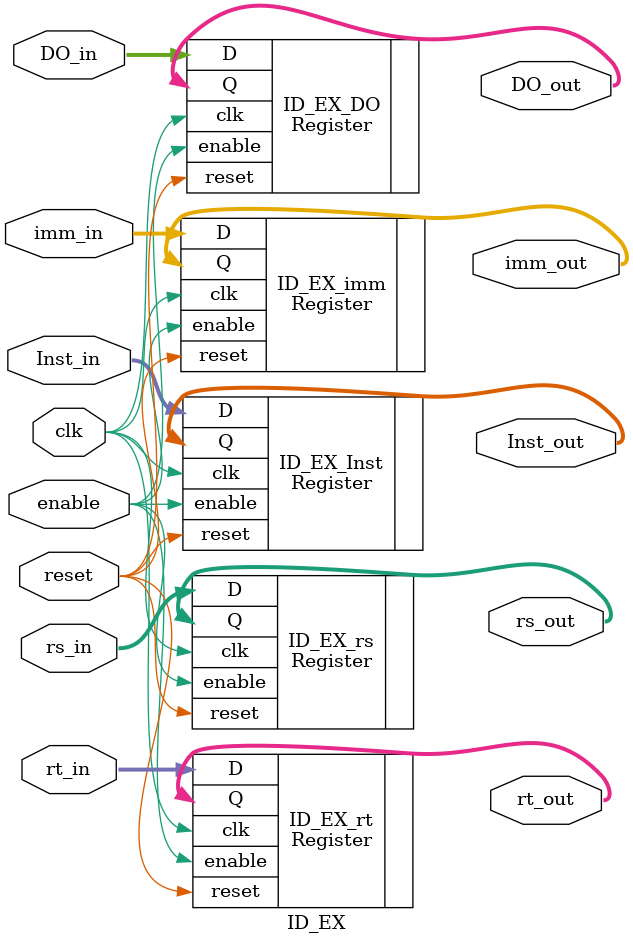
<source format=v>
/*
 * File: ID_EX.v
 * Pipeline::ID_EX_register
*/
module ID_EX (
    input[31:0]     Inst_in,
    input[31:0]     rs_in,
    input[31:0]     rt_in,
    input[31:0]     imm_in,
    input[31:0]     DO_in,
    input           clk,
    input           reset,
    input           enable,
    output[31:0]    Inst_out,
    output[31:0]    rs_out,
    output[31:0]    rt_out,
    output[31:0]    imm_out,
    output[31:0]    DO_out
);
    Register#(32)ID_EX_Inst(
        .D(Inst_in), .clk(clk), .reset(reset), .enable(enable), .Q(Inst_out)
    );
    Register#(32)ID_EX_rs(
        .D(rs_in), .clk(clk), .reset(reset), .enable(enable), .Q(rs_out)
    );
    Register#(32)ID_EX_rt(
        .D(rt_in), .clk(clk), .reset(reset), .enable(enable), .Q(rt_out)
    );
    Register#(32)ID_EX_imm(
        .D(imm_in), .clk(clk), .reset(reset), .enable(enable), .Q(imm_out)
    );
    Register#(32)ID_EX_DO(
        .D(DO_in), .clk(clk), .reset(reset), .enable(enable), .Q(DO_out)
    );
endmodule
</source>
